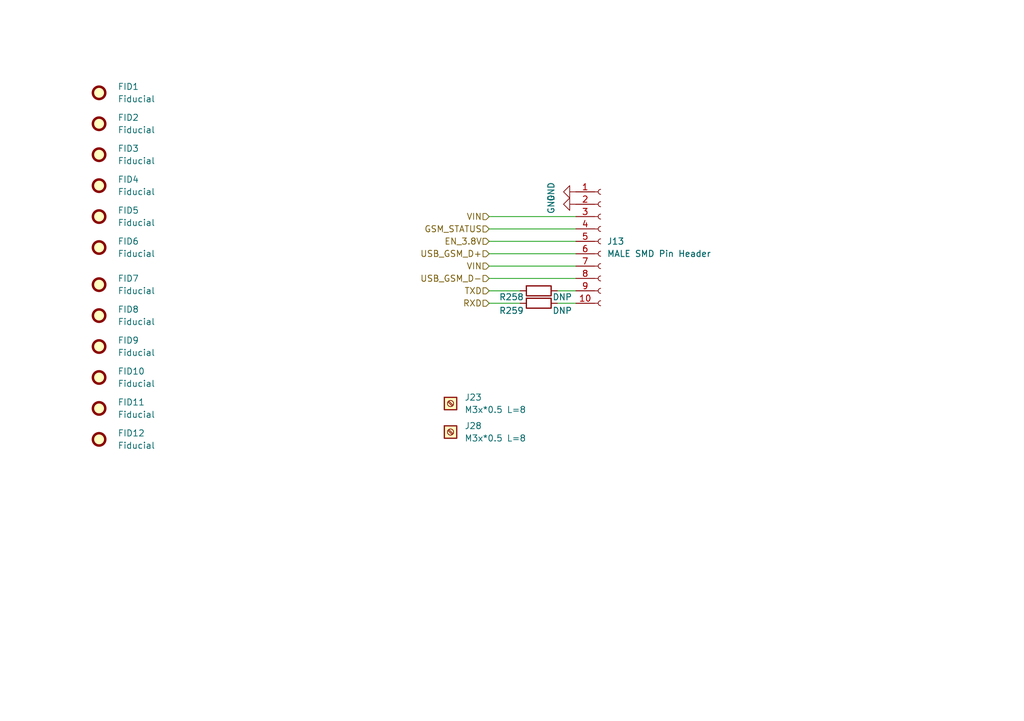
<source format=kicad_sch>
(kicad_sch (version 20231120) (generator "eeschema") (generator_version "8.0")
  (paper "A5")
  (title_block (company "SmartEQ Information Technologies"))
  (lib_symbols
    (symbol "Connector:Conn_01x10_Socket" (pin_names (offset 1.016) hide)
      (property "Reference" "J" (at 0 12.7 0))
      (property "Value" "Conn_01x10_Socket" (at 0 -15.24 0))
      (symbol "Conn_01x10_Socket_1_1"
        (arc (start 0 -12.192) (mid -0.5058 -12.7) (end 0 -13.208) (stroke (width 0.1524)))
        (arc (start 0 -9.652) (mid -0.5058 -10.16) (end 0 -10.668) (stroke (width 0.1524)))
        (arc (start 0 -7.112) (mid -0.5058 -7.62) (end 0 -8.128) (stroke (width 0.1524)))
        (arc (start 0 -4.572) (mid -0.5058 -5.08) (end 0 -5.588) (stroke (width 0.1524)))
        (arc (start 0 -2.032) (mid -0.5058 -2.54) (end 0 -3.048) (stroke (width 0.1524)))
        (polyline (pts (xy -1.27 -12.7) (xy -0.508 -12.7)) (stroke (width 0.1524)))
        (polyline (pts (xy -1.27 -10.16) (xy -0.508 -10.16)) (stroke (width 0.1524)))
        (polyline (pts (xy -1.27 -7.62) (xy -0.508 -7.62)) (stroke (width 0.1524)))
        (polyline (pts (xy -1.27 -5.08) (xy -0.508 -5.08)) (stroke (width 0.1524)))
        (polyline (pts (xy -1.27 -2.54) (xy -0.508 -2.54)) (stroke (width 0.1524)))
        (polyline (pts (xy -1.27 0) (xy -0.508 0)) (stroke (width 0.1524)))
        (polyline (pts (xy -1.27 2.54) (xy -0.508 2.54)) (stroke (width 0.1524)))
        (polyline (pts (xy -1.27 5.08) (xy -0.508 5.08)) (stroke (width 0.1524)))
        (polyline (pts (xy -1.27 7.62) (xy -0.508 7.62)) (stroke (width 0.1524)))
        (polyline (pts (xy -1.27 10.16) (xy -0.508 10.16)) (stroke (width 0.1524)))
        (arc (start 0 0.508) (mid -0.5058 0) (end 0 -0.508) (stroke (width 0.1524)))
        (arc (start 0 3.048) (mid -0.5058 2.54) (end 0 2.032) (stroke (width 0.1524)))
        (arc (start 0 5.588) (mid -0.5058 5.08) (end 0 4.572) (stroke (width 0.1524)))
        (arc (start 0 8.128) (mid -0.5058 7.62) (end 0 7.112) (stroke (width 0.1524)))
        (arc (start 0 10.668) (mid -0.5058 10.16) (end 0 9.652) (stroke (width 0.1524)))
        (pin passive line (at -5.08 10.16 0) (length 3.81) (name "Pin_1") (number "1"))
        (pin passive line (at -5.08 -12.7 0) (length 3.81) (name "Pin_10") (number "10"))
        (pin passive line (at -5.08 7.62 0) (length 3.81) (name "Pin_2") (number "2"))
        (pin passive line (at -5.08 5.08 0) (length 3.81) (name "Pin_3") (number "3"))
        (pin passive line (at -5.08 2.54 0) (length 3.81) (name "Pin_4") (number "4"))
        (pin passive line (at -5.08 0 0) (length 3.81) (name "Pin_5") (number "5"))
        (pin passive line (at -5.08 -2.54 0) (length 3.81) (name "Pin_6") (number "6"))
        (pin passive line (at -5.08 -5.08 0) (length 3.81) (name "Pin_7") (number "7"))
        (pin passive line (at -5.08 -7.62 0) (length 3.81) (name "Pin_8") (number "8"))
        (pin passive line (at -5.08 -10.16 0) (length 3.81) (name "Pin_9") (number "9"))
      )
    )
    (symbol "Connector:Screw_Terminal_01x01" (pin_names (offset 1.016) hide)
      (property "Reference" "J23" (at 2.8515 1.2701 0))
      (property "Value" "M3x*0.5 L=8" (at 2.8515 -1.2699 0))
      (symbol "Screw_Terminal_01x01_1_1"
        (rectangle (start -1.27 1.27) (end 1.27 -1.27) (stroke (width 0.254)) (fill (type background)))
        (polyline (pts (xy -0.5334 0.3302) (xy 0.3302 -0.508)) (stroke (width 0.1524)))
        (polyline (pts (xy -0.3556 0.508) (xy 0.508 -0.3302)) (stroke (width 0.1524)))
        (circle (center 0 0) (radius 0.635) (stroke (width 0.1524)))
      )
    )
    (symbol "Device:R" (pin_numbers hide) (pin_names (offset 0))
      (property "Reference" "R" (at 2.032 0 90))
      (property "Value" "R" (at 0 0 90))
      (symbol "R_0_1"
        (rectangle (start -1.016 -2.54) (end 1.016 2.54) (stroke (width 0.254)))
      )
      (symbol "R_1_1"
        (pin passive line (at 0 3.81 270) (length 1.27) (name "~") (number "1"))
        (pin passive line (at 0 -3.81 90) (length 1.27) (name "~") (number "2"))
      )
    )
    (symbol "Mechanical:Fiducial"
      (property "Reference" "FID" (at 0 5.08 0))
      (property "Value" "Fiducial" (at 0 3.175 0))
      (symbol "Fiducial_0_1"
        (circle (center 0 0) (radius 1.27) (stroke (width 0.508)) (fill (type background)))
      )
    )
    (symbol "Screw_Terminal_01x01_1" (pin_names (offset 1.016) hide)
      (property "Reference" "J28" (at 2.8515 1.2701 0))
      (property "Value" "M3x*0.5 L=8" (at 2.8515 -1.2699 0))
      (symbol "Screw_Terminal_01x01_1_1_1"
        (rectangle (start -1.27 1.27) (end 1.27 -1.27) (stroke (width 0.254)) (fill (type background)))
        (polyline (pts (xy -0.5334 0.3302) (xy 0.3302 -0.508)) (stroke (width 0.1524)))
        (polyline (pts (xy -0.3556 0.508) (xy 0.508 -0.3302)) (stroke (width 0.1524)))
        (circle (center 0 0) (radius 0.635) (stroke (width 0.1524)))
      )
    )
    (symbol "power:GND" (power) (pin_names (offset 0))
      (property "Value" "GND" (at 0 -3.81 0))
      (symbol "GND_0_1"
        (polyline (pts (xy 0 0) (xy 0 -1.27) (xy 1.27 -1.27) (xy 0 -2.54) (xy -1.27 -1.27) (xy 0 -1.27)))
      )
      (symbol "GND_1_1"
        (pin power_in line (at 0 0 270) (length 0) hide (name "GND") (number "1"))
      )
    )
  )
  (wire (pts (xy 100.33 44.45) (xy 118.11 44.45)))
  (wire (pts (xy 100.33 54.61) (xy 118.11 54.61)))
  (wire (pts (xy 114.3 62.23) (xy 118.11 62.23)))
  (wire (pts (xy 100.33 49.53) (xy 118.11 49.53)))
  (wire (pts (xy 100.33 46.99) (xy 118.11 46.99)))
  (wire (pts (xy 114.3 59.69) (xy 118.11 59.69)))
  (wire (pts (xy 100.33 52.07) (xy 118.11 52.07)))
  (wire (pts (xy 100.33 57.15) (xy 118.11 57.15)))
  (wire (pts (xy 100.33 59.69) (xy 106.68 59.69)))
  (wire (pts (xy 100.33 62.23) (xy 106.68 62.23)))
  (hierarchical_label "EN_3.8V" (shape input) (at 100.33 49.53 180))
  (hierarchical_label "VIN" (shape input) (at 100.33 44.45 180))
  (hierarchical_label "RXD" (shape input) (at 100.33 62.23 180))
  (hierarchical_label "TXD" (shape input) (at 100.33 59.69 180))
  (hierarchical_label "VIN" (shape input) (at 100.33 54.61 180))
  (hierarchical_label "GSM_STATUS" (shape input) (at 100.33 46.99 180))
  (hierarchical_label "USB_GSM_D+" (shape input) (at 100.33 52.07 180))
  (hierarchical_label "USB_GSM_D-" (shape input) (at 100.33 57.15 180))
  (symbol (lib_id "Mechanical:Fiducial") (at 20.32 25.4 0) (unit 1)
    (property "Reference" "FID2" (at 24.13 24.1299 0) (effects (justify left)))
    (property "Value" "Fiducial" (at 24.13 26.6699 0) (effects (justify left)))
    (property "Footprint" "Fiducial:Fiducial_0.5mm_Mask1mm" (effects (hide yes)))
    (property "Description" "Fiducial Marker" (effects (hide yes)))
  )
  (symbol (lib_id "Connector:Conn_01x10_Socket") (at 123.19 49.53 0) (unit 1)
    (property "Reference" "J13" (at 124.46 49.5299 0) (effects (justify left)))
    (property "Value" "MALE SMD Pin Header" (at 124.46 52.0699 0) (effects (justify left)))
    (property "Footprint" "Connector_PinSocket_2.00mm:PinSocket_2x05_P2.00mm_Vertical_SMD" (effects (hide yes)))
    (property "Description" "Generic connector, single row, 01x10, script generated" (effects (hide yes)))
  )
  (symbol (lib_id "Mechanical:Fiducial") (at 20.32 77.47 0) (unit 1)
    (property "Reference" "FID10" (at 24.13 76.1999 0) (effects (justify left)))
    (property "Value" "Fiducial" (at 24.13 78.7399 0) (effects (justify left)))
    (property "Footprint" "Fiducial:Fiducial_0.5mm_Mask1mm" (effects (hide yes)))
    (property "Description" "Fiducial Marker" (effects (hide yes)))
  )
  (symbol (lib_id "Device:R") (at 110.49 62.23 270) (unit 1)
    (property "Reference" "R259" (at 104.902 63.754 90))
    (property "Value" "DNP" (at 115.316 63.754 90))
    (property "Footprint" "Resistor_SMD:R_0603_1608Metric" (effects (hide yes)))
  )
  (symbol (lib_id "Mechanical:Fiducial") (at 20.32 58.42 0) (unit 1)
    (property "Reference" "FID7" (at 24.13 57.1499 0) (effects (justify left)))
    (property "Value" "Fiducial" (at 24.13 59.6899 0) (effects (justify left)))
    (property "Footprint" "Fiducial:Fiducial_0.5mm_Mask1mm" (effects (hide yes)))
    (property "Description" "Fiducial Marker" (effects (hide yes)))
  )
  (symbol (lib_name "Screw_Terminal_01x01_1") (lib_id "Connector:Screw_Terminal_01x01") (at 92.3985 88.667 0) (unit 1)
    (property "Reference" "J28" (at 95.25 87.3969 0) (effects (justify left)))
    (property "Value" "M3x*0.5 L=8" (at 95.25 89.9369 0) (effects (justify left)))
    (property "Footprint" "HDMI 2.0 TX:Screw Terminal Shinbo" (effects (hide yes)))
    (property "Description" "Board mounting elevator    M3 hole size, 4 pins PCB-64-M3" (effects (hide yes)))
  )
  (symbol (lib_id "Mechanical:Fiducial") (at 20.32 44.45 0) (unit 1)
    (property "Reference" "FID5" (at 24.13 43.1799 0) (effects (justify left)))
    (property "Value" "Fiducial" (at 24.13 45.7199 0) (effects (justify left)))
    (property "Footprint" "Fiducial:Fiducial_0.5mm_Mask1mm" (effects (hide yes)))
    (property "Description" "Fiducial Marker" (effects (hide yes)))
  )
  (symbol (lib_id "Mechanical:Fiducial") (at 20.32 90.17 0) (unit 1)
    (property "Reference" "FID12" (at 24.13 88.8999 0) (effects (justify left)))
    (property "Value" "Fiducial" (at 24.13 91.4399 0) (effects (justify left)))
    (property "Footprint" "Fiducial:Fiducial_0.5mm_Mask1mm" (effects (hide yes)))
    (property "Description" "Fiducial Marker" (effects (hide yes)))
  )
  (symbol (lib_id "Mechanical:Fiducial") (at 20.32 31.75 0) (unit 1)
    (property "Reference" "FID3" (at 24.13 30.4799 0) (effects (justify left)))
    (property "Value" "Fiducial" (at 24.13 33.0199 0) (effects (justify left)))
    (property "Footprint" "Fiducial:Fiducial_0.5mm_Mask1mm" (effects (hide yes)))
    (property "Description" "Fiducial Marker" (effects (hide yes)))
  )
  (symbol (lib_id "power:GND") (at 118.11 39.37 270) (unit 1)
    (property "Reference" "#PWR0142" (effects (hide yes)))
    (property "Value" "GND" (at 113.03 39.37 0))
  )
  (symbol (lib_id "Device:R") (at 110.49 59.69 270) (unit 1)
    (property "Reference" "R258" (at 104.902 60.96 90))
    (property "Value" "DNP" (at 115.316 60.96 90))
    (property "Footprint" "Resistor_SMD:R_0603_1608Metric" (effects (hide yes)))
  )
  (symbol (lib_id "power:GND") (at 118.11 41.91 270) (unit 1)
    (property "Reference" "#PWR05" (effects (hide yes)))
    (property "Value" "GND" (at 113.03 41.91 0))
  )
  (symbol (lib_id "Connector:Screw_Terminal_01x01") (at 92.3985 82.8168 0) (unit 1)
    (property "Reference" "J23" (at 95.25 81.5467 0) (effects (justify left)))
    (property "Value" "M3x*0.5 L=8" (at 95.25 84.0867 0) (effects (justify left)))
    (property "Footprint" "HDMI 2.0 TX:Screw Terminal Shinbo" (effects (hide yes)))
    (property "Description" "Board mounting elevator    M3 hole size, 4 pins PCB-64-M3" (effects (hide yes)))
  )
  (symbol (lib_id "Mechanical:Fiducial") (at 20.32 38.1 0) (unit 1)
    (property "Reference" "FID4" (at 24.13 36.8299 0) (effects (justify left)))
    (property "Value" "Fiducial" (at 24.13 39.3699 0) (effects (justify left)))
    (property "Footprint" "Fiducial:Fiducial_0.5mm_Mask1mm" (effects (hide yes)))
    (property "Description" "Fiducial Marker" (effects (hide yes)))
  )
  (symbol (lib_id "Mechanical:Fiducial") (at 20.32 50.8 0) (unit 1)
    (property "Reference" "FID6" (at 24.13 49.5299 0) (effects (justify left)))
    (property "Value" "Fiducial" (at 24.13 52.0699 0) (effects (justify left)))
    (property "Footprint" "Fiducial:Fiducial_0.5mm_Mask1mm" (effects (hide yes)))
    (property "Description" "Fiducial Marker" (effects (hide yes)))
  )
  (symbol (lib_id "Mechanical:Fiducial") (at 20.32 64.77 0) (unit 1)
    (property "Reference" "FID8" (at 24.13 63.4999 0) (effects (justify left)))
    (property "Value" "Fiducial" (at 24.13 66.0399 0) (effects (justify left)))
    (property "Footprint" "Fiducial:Fiducial_0.5mm_Mask1mm" (effects (hide yes)))
    (property "Description" "Fiducial Marker" (effects (hide yes)))
  )
  (symbol (lib_id "Mechanical:Fiducial") (at 20.32 71.12 0) (unit 1)
    (property "Reference" "FID9" (at 24.13 69.8499 0) (effects (justify left)))
    (property "Value" "Fiducial" (at 24.13 72.3899 0) (effects (justify left)))
    (property "Footprint" "Fiducial:Fiducial_0.5mm_Mask1mm" (effects (hide yes)))
    (property "Description" "Fiducial Marker" (effects (hide yes)))
  )
  (symbol (lib_id "Mechanical:Fiducial") (at 20.32 83.82 0) (unit 1)
    (property "Reference" "FID11" (at 24.13 82.5499 0) (effects (justify left)))
    (property "Value" "Fiducial" (at 24.13 85.0899 0) (effects (justify left)))
    (property "Footprint" "Fiducial:Fiducial_0.5mm_Mask1mm" (effects (hide yes)))
    (property "Description" "Fiducial Marker" (effects (hide yes)))
  )
  (symbol (lib_id "Mechanical:Fiducial") (at 20.32 19.05 0) (unit 1)
    (property "Reference" "FID1" (at 24.13 17.7799 0) (effects (justify left)))
    (property "Value" "Fiducial" (at 24.13 20.3199 0) (effects (justify left)))
    (property "Footprint" "Fiducial:Fiducial_0.5mm_Mask1mm" (effects (hide yes)))
    (property "Description" "Fiducial Marker" (effects (hide yes)))
  )
)
</source>
